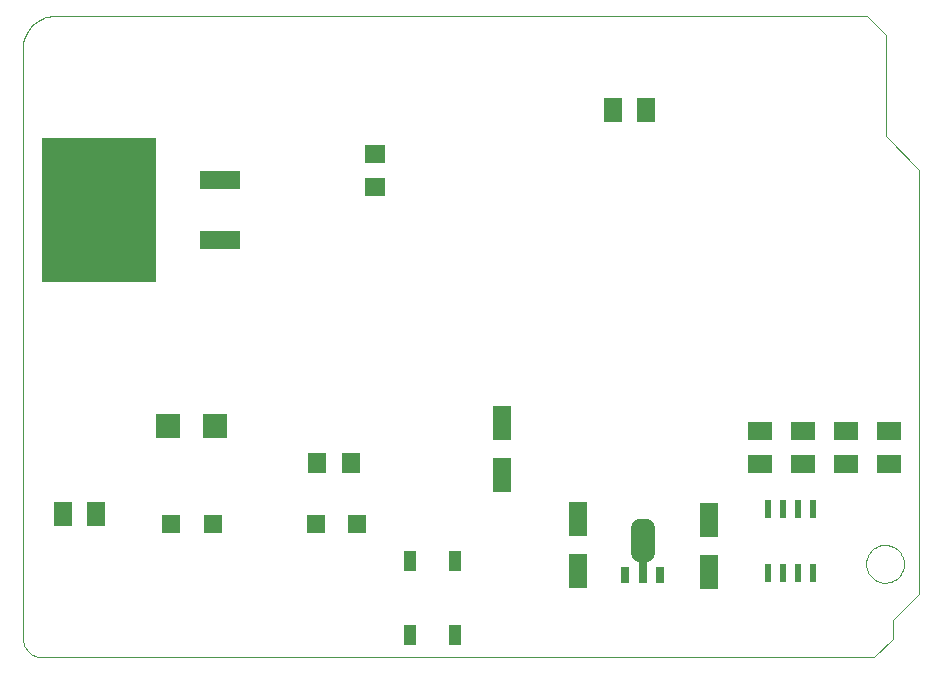
<source format=gtp>
G75*
G70*
%OFA0B0*%
%FSLAX24Y24*%
%IPPOS*%
%LPD*%
%AMOC8*
5,1,8,0,0,1.08239X$1,22.5*
%
%ADD10C,0.0000*%
%ADD11C,0.0039*%
%ADD12R,0.0236X0.0610*%
%ADD13R,0.0787X0.0630*%
%ADD14R,0.0630X0.0787*%
%ADD15R,0.0787X0.0787*%
%ADD16R,0.0630X0.1181*%
%ADD17R,0.0591X0.0591*%
%ADD18R,0.0630X0.0710*%
%ADD19R,0.0315X0.0551*%
%ADD20R,0.0315X0.0748*%
%ADD21C,0.0600*%
%ADD22R,0.3839X0.4803*%
%ADD23R,0.1378X0.0630*%
%ADD24R,0.0394X0.0669*%
%ADD25R,0.0710X0.0630*%
D10*
X029336Y004277D02*
X029338Y004327D01*
X029344Y004377D01*
X029354Y004426D01*
X029368Y004474D01*
X029385Y004521D01*
X029406Y004566D01*
X029431Y004610D01*
X029459Y004651D01*
X029491Y004690D01*
X029525Y004727D01*
X029562Y004761D01*
X029602Y004791D01*
X029644Y004818D01*
X029688Y004842D01*
X029734Y004863D01*
X029781Y004879D01*
X029829Y004892D01*
X029879Y004901D01*
X029928Y004906D01*
X029979Y004907D01*
X030029Y004904D01*
X030078Y004897D01*
X030127Y004886D01*
X030175Y004871D01*
X030221Y004853D01*
X030266Y004831D01*
X030309Y004805D01*
X030350Y004776D01*
X030389Y004744D01*
X030425Y004709D01*
X030457Y004671D01*
X030487Y004631D01*
X030514Y004588D01*
X030537Y004544D01*
X030556Y004498D01*
X030572Y004450D01*
X030584Y004401D01*
X030592Y004352D01*
X030596Y004302D01*
X030596Y004252D01*
X030592Y004202D01*
X030584Y004153D01*
X030572Y004104D01*
X030556Y004056D01*
X030537Y004010D01*
X030514Y003966D01*
X030487Y003923D01*
X030457Y003883D01*
X030425Y003845D01*
X030389Y003810D01*
X030350Y003778D01*
X030309Y003749D01*
X030266Y003723D01*
X030221Y003701D01*
X030175Y003683D01*
X030127Y003668D01*
X030078Y003657D01*
X030029Y003650D01*
X029979Y003647D01*
X029928Y003648D01*
X029879Y003653D01*
X029829Y003662D01*
X029781Y003675D01*
X029734Y003691D01*
X029688Y003712D01*
X029644Y003736D01*
X029602Y003763D01*
X029562Y003793D01*
X029525Y003827D01*
X029491Y003864D01*
X029459Y003903D01*
X029431Y003944D01*
X029406Y003988D01*
X029385Y004033D01*
X029368Y004080D01*
X029354Y004128D01*
X029344Y004177D01*
X029338Y004227D01*
X029336Y004277D01*
D11*
X029607Y001160D02*
X001857Y001160D01*
X001808Y001162D01*
X001759Y001168D01*
X001711Y001177D01*
X001664Y001191D01*
X001618Y001208D01*
X001573Y001228D01*
X001530Y001252D01*
X001490Y001279D01*
X001451Y001310D01*
X001415Y001343D01*
X001382Y001379D01*
X001351Y001418D01*
X001324Y001458D01*
X001300Y001501D01*
X001280Y001546D01*
X001263Y001592D01*
X001249Y001639D01*
X001240Y001687D01*
X001234Y001736D01*
X001232Y001785D01*
X001232Y021535D01*
X001238Y021600D01*
X001247Y021663D01*
X001261Y021726D01*
X001278Y021788D01*
X001299Y021849D01*
X001323Y021909D01*
X001352Y021967D01*
X001383Y022023D01*
X001418Y022077D01*
X001456Y022129D01*
X001497Y022178D01*
X001542Y022225D01*
X001589Y022270D01*
X001638Y022311D01*
X001690Y022349D01*
X001744Y022384D01*
X001800Y022415D01*
X001858Y022444D01*
X001918Y022468D01*
X001979Y022489D01*
X002041Y022506D01*
X002104Y022520D01*
X002167Y022529D01*
X002232Y022535D01*
X029357Y022535D01*
X029982Y021910D01*
X029982Y018535D01*
X031107Y017410D01*
X031107Y003285D01*
X030232Y002410D01*
X030232Y001785D01*
X029607Y001160D01*
D12*
X027560Y003984D03*
X027060Y003984D03*
X026560Y003984D03*
X026060Y003984D03*
X026060Y006110D03*
X026560Y006110D03*
X027060Y006110D03*
X027560Y006110D03*
D13*
X027247Y007614D03*
X025791Y007606D03*
X025791Y008708D03*
X027247Y008716D03*
X028673Y008716D03*
X030114Y008708D03*
X030114Y007606D03*
X028673Y007614D03*
D14*
X022002Y019416D03*
X020900Y019416D03*
X003667Y005931D03*
X002564Y005931D03*
D15*
X006058Y008874D03*
X007633Y008874D03*
D16*
X017184Y008961D03*
X017184Y007229D03*
X019715Y005772D03*
X019715Y004040D03*
X024096Y004018D03*
X024096Y005751D03*
D17*
X012380Y005602D03*
X011002Y005602D03*
X007554Y005613D03*
X006176Y005613D03*
D18*
X011036Y007639D03*
X012156Y007639D03*
D19*
X021298Y003917D03*
X022479Y003917D03*
D20*
X021888Y004017D03*
D21*
X021988Y004649D02*
X021788Y004649D01*
X021788Y005485D01*
X021988Y005485D01*
X021988Y004649D01*
X021988Y005248D02*
X021788Y005248D01*
D22*
X003767Y016063D03*
D23*
X007814Y015063D03*
X007814Y017063D03*
D24*
X014139Y004376D03*
X015635Y004376D03*
X015635Y001895D03*
X014139Y001895D03*
D25*
X012958Y016828D03*
X012958Y017947D03*
M02*

</source>
